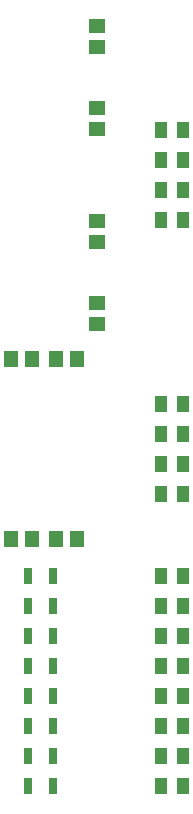
<source format=gbr>
G04 EAGLE Gerber RS-274X export*
G75*
%MOMM*%
%FSLAX34Y34*%
%LPD*%
%INSolderpaste Top*%
%IPPOS*%
%AMOC8*
5,1,8,0,0,1.08239X$1,22.5*%
G01*
G04 Define Apertures*
%ADD10R,1.164600X1.465300*%
%ADD11R,1.465300X1.164600*%
%ADD12R,0.761800X1.361800*%
%ADD13R,1.031200X1.420200*%
D10*
X69079Y438150D03*
X51571Y438150D03*
X107179Y438150D03*
X89671Y438150D03*
X69079Y285750D03*
X51571Y285750D03*
X107179Y285750D03*
X89671Y285750D03*
D11*
X123825Y467496D03*
X123825Y485004D03*
X123825Y537346D03*
X123825Y554854D03*
X123825Y650104D03*
X123825Y632596D03*
X123825Y719954D03*
X123825Y702446D03*
D12*
X65950Y254000D03*
X86450Y254000D03*
X65950Y228600D03*
X86450Y228600D03*
X65950Y203200D03*
X86450Y203200D03*
X65950Y177800D03*
X86450Y177800D03*
X65950Y152400D03*
X86450Y152400D03*
X65950Y127000D03*
X86450Y127000D03*
X65950Y101600D03*
X86450Y101600D03*
X65950Y76200D03*
X86450Y76200D03*
D13*
X178130Y254000D03*
X196520Y254000D03*
X178130Y323850D03*
X196520Y323850D03*
X178130Y349250D03*
X196520Y349250D03*
X178130Y374650D03*
X196520Y374650D03*
X178130Y555625D03*
X196520Y555625D03*
X178130Y581025D03*
X196520Y581025D03*
X178130Y606425D03*
X196520Y606425D03*
X178130Y631825D03*
X196520Y631825D03*
X178130Y228600D03*
X196520Y228600D03*
X178130Y203200D03*
X196520Y203200D03*
X178130Y177800D03*
X196520Y177800D03*
X178130Y152400D03*
X196520Y152400D03*
X178130Y127000D03*
X196520Y127000D03*
X178130Y101600D03*
X196520Y101600D03*
X178130Y76200D03*
X196520Y76200D03*
X178130Y400050D03*
X196520Y400050D03*
M02*

</source>
